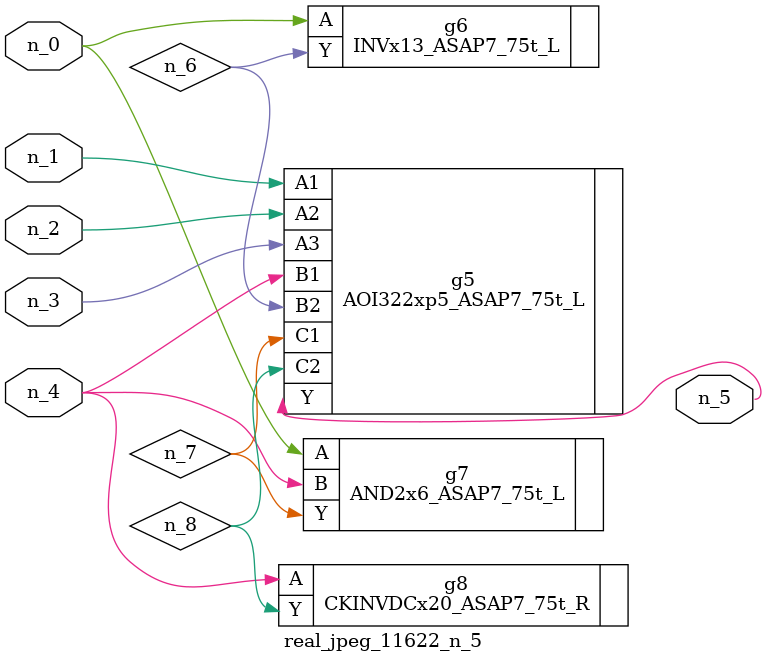
<source format=v>
module real_jpeg_11622_n_5 (n_4, n_0, n_1, n_2, n_3, n_5);

input n_4;
input n_0;
input n_1;
input n_2;
input n_3;

output n_5;

wire n_8;
wire n_6;
wire n_7;

INVx13_ASAP7_75t_L g6 ( 
.A(n_0),
.Y(n_6)
);

AND2x6_ASAP7_75t_L g7 ( 
.A(n_0),
.B(n_4),
.Y(n_7)
);

AOI322xp5_ASAP7_75t_L g5 ( 
.A1(n_1),
.A2(n_2),
.A3(n_3),
.B1(n_4),
.B2(n_6),
.C1(n_7),
.C2(n_8),
.Y(n_5)
);

CKINVDCx20_ASAP7_75t_R g8 ( 
.A(n_4),
.Y(n_8)
);


endmodule
</source>
